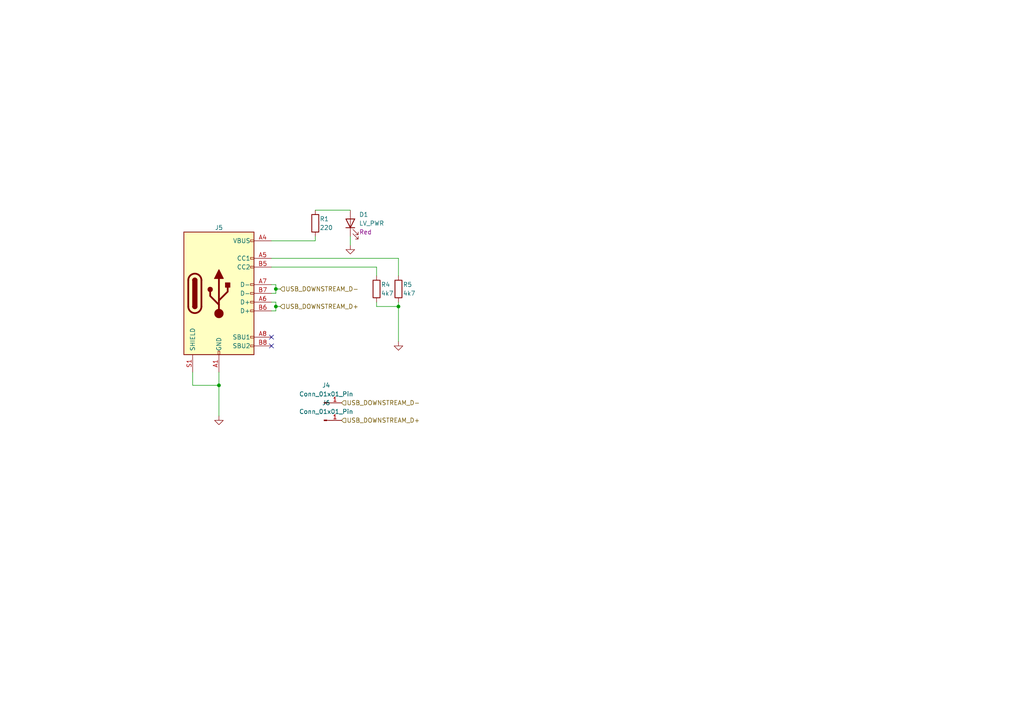
<source format=kicad_sch>
(kicad_sch (version 20231120) (generator "eeschema") (generator_version "8.0")
  (paper "A4")
  (lib_symbols
    (symbol "Connector:Conn_01x01_Pin" (pin_names (offset 1.016) hide)
      (property "Reference" "J" (at 0 2.54 0))
      (property "Value" "Conn_01x01_Pin" (at 0 -2.54 0))
      (symbol "Conn_01x01_Pin_1_1"
        (polyline (pts (xy 1.27 0) (xy 0.8636 0)) (stroke (width 0.1524)))
        (rectangle (start 0.8636 0.127) (end 0 -0.127) (stroke (width 0.1524)) (fill (type outline)))
        (pin passive line (at 5.08 0 180) (length 3.81) (name "Pin_1") (number "1"))
      )
    )
    (symbol "Connector:USB_C_Receptacle_USB2.0" (pin_names (offset 1.016))
      (property "Reference" "J" (at -10.16 19.05 0))
      (property "Value" "USB_C_Receptacle_USB2.0" (at 19.05 19.05 0))
      (symbol "USB_C_Receptacle_USB2.0_0_0"
        (rectangle (start -0.254 -17.78) (end 0.254 -16.764))
        (rectangle (start 10.16 -14.986) (end 9.144 -15.494))
        (rectangle (start 10.16 -12.446) (end 9.144 -12.954))
        (rectangle (start 10.16 -4.826) (end 9.144 -5.334))
        (rectangle (start 10.16 -2.286) (end 9.144 -2.794))
        (rectangle (start 10.16 0.254) (end 9.144 -0.254))
        (rectangle (start 10.16 2.794) (end 9.144 2.286))
        (rectangle (start 10.16 7.874) (end 9.144 7.366))
        (rectangle (start 10.16 10.414) (end 9.144 9.906))
        (rectangle (start 10.16 15.494) (end 9.144 14.986))
      )
      (symbol "USB_C_Receptacle_USB2.0_0_1"
        (rectangle (start -10.16 17.78) (end 10.16 -17.78) (stroke (width 0.254)) (fill (type background)))
        (arc (start -8.89 -3.81) (mid -6.985 -5.7067) (end -5.08 -3.81) (stroke (width 0.508)))
        (arc (start -7.62 -3.81) (mid -6.985 -4.4423) (end -6.35 -3.81) (stroke (width 0.254)))
        (arc (start -7.62 -3.81) (mid -6.985 -4.4423) (end -6.35 -3.81) (stroke (width 0.254)) (fill (type outline)))
        (rectangle (start -7.62 -3.81) (end -6.35 3.81) (stroke (width 0.254)) (fill (type outline)))
        (arc (start -6.35 3.81) (mid -6.985 4.4423) (end -7.62 3.81) (stroke (width 0.254)))
        (arc (start -6.35 3.81) (mid -6.985 4.4423) (end -7.62 3.81) (stroke (width 0.254)) (fill (type outline)))
        (arc (start -5.08 3.81) (mid -6.985 5.7067) (end -8.89 3.81) (stroke (width 0.508)))
        (circle (center -2.54 1.143) (radius 0.635) (stroke (width 0.254)) (fill (type outline)))
        (circle (center 0 -5.842) (radius 1.27) (fill (type outline)))
        (polyline (pts (xy -8.89 -3.81) (xy -8.89 3.81)) (stroke (width 0.508)))
        (polyline (pts (xy -5.08 3.81) (xy -5.08 -3.81)) (stroke (width 0.508)))
        (polyline (pts (xy 0 -5.842) (xy 0 4.318)) (stroke (width 0.508)))
        (polyline (pts (xy 0 -3.302) (xy -2.54 -0.762) (xy -2.54 0.508)) (stroke (width 0.508)))
        (polyline (pts (xy 0 -2.032) (xy 2.54 0.508) (xy 2.54 1.778)) (stroke (width 0.508)))
        (polyline (pts (xy -1.27 4.318) (xy 0 6.858) (xy 1.27 4.318) (xy -1.27 4.318)) (stroke (width 0.254)) (fill (type outline)))
        (rectangle (start 1.905 1.778) (end 3.175 3.048) (stroke (width 0.254)) (fill (type outline)))
      )
      (symbol "USB_C_Receptacle_USB2.0_1_1"
        (pin passive line (at 0 -22.86 90) (length 5.08) (name "GND") (number "A1"))
        (pin passive line (at 0 -22.86 90) (length 5.08) hide (name "GND") (number "A12"))
        (pin passive line (at 15.24 15.24 180) (length 5.08) (name "VBUS") (number "A4"))
        (pin bidirectional line (at 15.24 10.16 180) (length 5.08) (name "CC1") (number "A5"))
        (pin bidirectional line (at 15.24 -2.54 180) (length 5.08) (name "D+") (number "A6"))
        (pin bidirectional line (at 15.24 2.54 180) (length 5.08) (name "D-") (number "A7"))
        (pin bidirectional line (at 15.24 -12.7 180) (length 5.08) (name "SBU1") (number "A8"))
        (pin passive line (at 15.24 15.24 180) (length 5.08) hide (name "VBUS") (number "A9"))
        (pin passive line (at 0 -22.86 90) (length 5.08) hide (name "GND") (number "B1"))
        (pin passive line (at 0 -22.86 90) (length 5.08) hide (name "GND") (number "B12"))
        (pin passive line (at 15.24 15.24 180) (length 5.08) hide (name "VBUS") (number "B4"))
        (pin bidirectional line (at 15.24 7.62 180) (length 5.08) (name "CC2") (number "B5"))
        (pin bidirectional line (at 15.24 -5.08 180) (length 5.08) (name "D+") (number "B6"))
        (pin bidirectional line (at 15.24 0 180) (length 5.08) (name "D-") (number "B7"))
        (pin bidirectional line (at 15.24 -15.24 180) (length 5.08) (name "SBU2") (number "B8"))
        (pin passive line (at 15.24 15.24 180) (length 5.08) hide (name "VBUS") (number "B9"))
        (pin passive line (at -7.62 -22.86 90) (length 5.08) (name "SHIELD") (number "S1"))
      )
    )
    (symbol "Device:LED" (pin_numbers hide) (pin_names (offset 1.016) hide)
      (property "Reference" "D" (at 0 2.54 0))
      (property "Value" "LED" (at 0 -2.54 0))
      (symbol "LED_0_1"
        (polyline (pts (xy -1.27 -1.27) (xy -1.27 1.27)) (stroke (width 0.254)))
        (polyline (pts (xy -1.27 0) (xy 1.27 0)))
        (polyline (pts (xy 1.27 -1.27) (xy 1.27 1.27) (xy -1.27 0) (xy 1.27 -1.27)) (stroke (width 0.254)))
        (polyline (pts (xy -3.048 -0.762) (xy -4.572 -2.286) (xy -3.81 -2.286) (xy -4.572 -2.286) (xy -4.572 -1.524)))
        (polyline (pts (xy -1.778 -0.762) (xy -3.302 -2.286) (xy -2.54 -2.286) (xy -3.302 -2.286) (xy -3.302 -1.524)))
      )
      (symbol "LED_1_1"
        (pin passive line (at -3.81 0 0) (length 2.54) (name "K") (number "1"))
        (pin passive line (at 3.81 0 180) (length 2.54) (name "A") (number "2"))
      )
    )
    (symbol "Device:R" (pin_numbers hide) (pin_names (offset 0))
      (property "Reference" "R" (at 2.032 0 90))
      (property "Value" "R" (at 0 0 90))
      (symbol "R_0_1"
        (rectangle (start -1.016 -2.54) (end 1.016 2.54) (stroke (width 0.254)))
      )
      (symbol "R_1_1"
        (pin passive line (at 0 3.81 270) (length 1.27) (name "~") (number "1"))
        (pin passive line (at 0 -3.81 90) (length 1.27) (name "~") (number "2"))
      )
    )
    (symbol "power:GND" (power) (pin_names (offset 0))
      (property "Value" "GND" (at 0 -3.81 0))
      (symbol "GND_0_1"
        (polyline (pts (xy 0 0) (xy 0 -1.27) (xy 1.27 -1.27) (xy 0 -2.54) (xy -1.27 -1.27) (xy 0 -1.27)))
      )
      (symbol "GND_1_1"
        (pin power_in line (at 0 0 270) (length 0) hide (name "GND") (number "1"))
      )
    )
  )
  (junction (at 80.01 83.82))
  (junction (at 80.01 88.9))
  (junction (at 115.57 88.9))
  (junction (at 63.5 111.76))
  (no_connect (at 78.74 100.33))
  (no_connect (at 78.74 97.79))
  (wire (pts (xy 115.57 80.01) (xy 115.57 74.93)))
  (wire (pts (xy 109.22 77.47) (xy 109.22 80.01)))
  (wire (pts (xy 63.5 107.95) (xy 63.5 111.76)))
  (wire (pts (xy 80.01 83.82) (xy 80.01 82.55)))
  (wire (pts (xy 109.22 87.63) (xy 109.22 88.9)))
  (wire (pts (xy 78.74 74.93) (xy 115.57 74.93)))
  (wire (pts (xy 80.01 88.9) (xy 81.28 88.9)))
  (wire (pts (xy 80.01 88.9) (xy 80.01 87.63)))
  (wire (pts (xy 80.01 87.63) (xy 78.74 87.63)))
  (wire (pts (xy 101.6 68.58) (xy 101.6 71.12)))
  (wire (pts (xy 115.57 88.9) (xy 115.57 99.06)))
  (wire (pts (xy 80.01 82.55) (xy 78.74 82.55)))
  (wire (pts (xy 80.01 90.17) (xy 80.01 88.9)))
  (wire (pts (xy 63.5 111.76) (xy 63.5 120.65)))
  (wire (pts (xy 91.44 68.58) (xy 91.44 69.85)))
  (wire (pts (xy 78.74 90.17) (xy 80.01 90.17)))
  (wire (pts (xy 91.44 60.96) (xy 101.6 60.96)))
  (wire (pts (xy 80.01 85.09) (xy 80.01 83.82)))
  (wire (pts (xy 115.57 87.63) (xy 115.57 88.9)))
  (wire (pts (xy 80.01 83.82) (xy 81.28 83.82)))
  (wire (pts (xy 55.88 107.95) (xy 55.88 111.76)))
  (wire (pts (xy 78.74 77.47) (xy 109.22 77.47)))
  (wire (pts (xy 55.88 111.76) (xy 63.5 111.76)))
  (wire (pts (xy 109.22 88.9) (xy 115.57 88.9)))
  (wire (pts (xy 78.74 69.85) (xy 91.44 69.85)))
  (wire (pts (xy 78.74 85.09) (xy 80.01 85.09)))
  (hierarchical_label "USB_DOWNSTREAM_D+" (shape input) (at 99.06 121.92 0))
  (hierarchical_label "USB_DOWNSTREAM_D-" (shape input) (at 81.28 83.82 0))
  (hierarchical_label "USB_DOWNSTREAM_D-" (shape input) (at 99.06 116.84 0))
  (hierarchical_label "USB_DOWNSTREAM_D+" (shape input) (at 81.28 88.9 0))
  (symbol (lib_id "Connector:Conn_01x01_Pin") (at 93.98 116.84 0) (unit 1)
    (property "Reference" "J4" (at 94.615 111.76 0))
    (property "Value" "Conn_01x01_Pin" (at 94.615 114.3 0))
    (property "Footprint" "Connector_PinHeader_2.54mm:PinHeader_1x01_P2.54mm_Vertical" (effects (hide yes)))
    (property "Description" "Generic connector, single row, 01x01, script generated" (effects (hide yes)))
  )
  (symbol (lib_id "Connector:USB_C_Receptacle_USB2.0") (at 63.5 85.09 0) (unit 1)
    (property "Reference" "J5" (at 63.5 66.04 0))
    (property "Value" "USB_C_Receptacle_USB2.0" (effects (hide yes)))
    (property "Footprint" "Connector_USB:USB_C_Receptacle_G-Switch_GT-USB-7010ASV" (effects (hide yes)))
    (property "Datasheet" "https://www.usb.org/sites/default/files/documents/usb_type-c.zip" (effects (hide yes)))
  )
  (symbol (lib_id "Device:R") (at 91.44 64.77 0) (mirror x) (unit 1)
    (property "Reference" "R1" (at 92.71 63.5 0) (effects (justify left)))
    (property "Value" "220" (at 92.71 66.04 0) (effects (justify left)))
    (property "Footprint" "Resistor_SMD:R_0402_1005Metric" (effects (hide yes)))
  )
  (symbol (lib_id "power:GND") (at 115.57 99.06 0) (unit 1)
    (property "Reference" "#PWR019" (effects (hide yes)))
    (property "Value" "GND" (effects (hide yes)))
  )
  (symbol (lib_id "Device:R") (at 115.57 83.82 180) (unit 1)
    (property "Reference" "R5" (at 116.84 82.55 0) (effects (justify right)))
    (property "Value" "4k7" (at 116.84 85.09 0) (effects (justify right)))
    (property "Footprint" "Resistor_SMD:R_0402_1005Metric" (effects (hide yes)))
  )
  (symbol (lib_id "Device:R") (at 109.22 83.82 0) (mirror x) (unit 1)
    (property "Reference" "R4" (at 110.49 82.55 0) (effects (justify left)))
    (property "Value" "4k7" (at 110.49 85.09 0) (effects (justify left)))
    (property "Footprint" "Resistor_SMD:R_0402_1005Metric" (effects (hide yes)))
  )
  (symbol (lib_id "power:GND") (at 101.6 71.12 0) (unit 1)
    (property "Reference" "#PWR02" (effects (hide yes)))
    (property "Value" "GND" (effects (hide yes)))
  )
  (symbol (lib_id "Connector:Conn_01x01_Pin") (at 93.98 121.92 0) (unit 1)
    (property "Reference" "J6" (at 94.615 116.84 0))
    (property "Value" "Conn_01x01_Pin" (at 94.615 119.38 0))
    (property "Footprint" "Connector_PinHeader_2.54mm:PinHeader_1x01_P2.54mm_Vertical" (effects (hide yes)))
    (property "Description" "Generic connector, single row, 01x01, script generated" (effects (hide yes)))
  )
  (symbol (lib_id "power:GND") (at 63.5 120.65 0) (unit 1)
    (property "Reference" "#PWR018" (effects (hide yes)))
    (property "Value" "GND" (effects (hide yes)))
  )
  (symbol (lib_id "Device:LED") (at 101.6 64.77 90) (unit 1)
    (property "Reference" "D1" (at 104.14 62.23 90) (effects (justify right)))
    (property "Value" "LV_PWR" (at 104.14 64.77 90) (effects (justify right)))
    (property "Footprint" "Diode_SMD:D_0603_1608Metric" (effects (hide yes)))
    (property "Color" "Red" (at 104.14 67.31 90) (effects (justify right)))
  )
)
</source>
